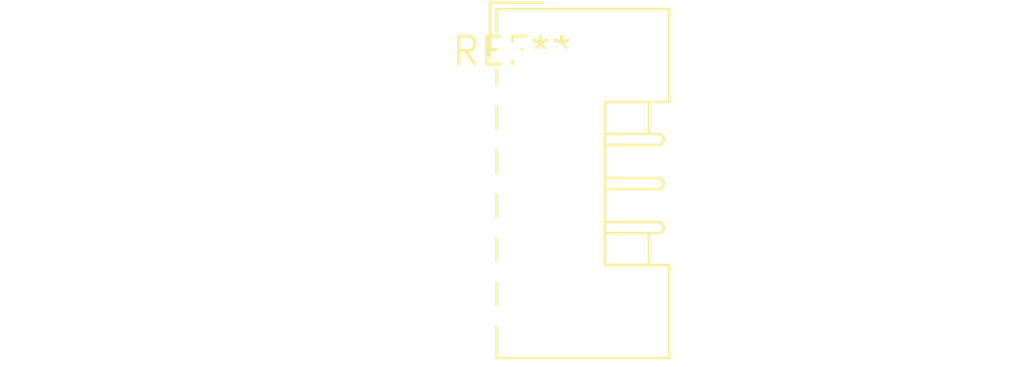
<source format=kicad_pcb>
(kicad_pcb (version 20240108) (generator pcbnew)
  (layers (0 "F.Cu" signal) (31 "B.Cu" signal) (34 "B.Paste" user) (35 "F.Paste" user) (36 "B.SilkS" user "B.Silkscreen") (37 "F.SilkS" user "F.Silkscreen") (38 "B.Mask" user) (39 "F.Mask" user) (44 "Edge.Cuts" user))
  (net 0 "")
  (footprint "JAE_LY20-14P-DLT1_2x07_P2.00mm_Horizontal" (layer "F.Cu") (at 0 0)
    (property "Reference" "REF**")
    (property "Value" "JAE_LY20-14P-DLT1_2x07_P2.00mm_Horizontal")
    (fp_line (start -1.01 -2.21) (end -1.01 0.2) (layer "F.SilkS") (stroke (width 0.12)))
    (fp_line (start -0.71 -1.91) (end -0.71 -0.86) (layer "F.SilkS") (stroke (width 0.12)))
    (fp_line (start -0.71 -1.91) (end 7.11 -1.91) (layer "F.SilkS") (stroke (width 0.12)))
    (fp_line (start -0.71 0.86) (end -0.71 1.514717) (layer "F.SilkS") (stroke (width 0.12)))
    (fp_line (start -0.71 2.485283) (end -0.71 3.514717) (layer "F.SilkS") (stroke (width 0.12)))
    (fp_line (start -0.71 4.485283) (end -0.71 5.514717) (layer "F.SilkS") (stroke (width 0.12)))
    (fp_line (start -0.71 6.485283) (end -0.71 7.514717) (layer "F.SilkS") (stroke (width 0.12)))
    (fp_line (start -0.71 8.485283) (end -0.71 9.514717) (layer "F.SilkS") (stroke (width 0.12)))
    (fp_line (start -0.71 10.485283) (end -0.71 11.514717) (layer "F.SilkS") (stroke (width 0.12)))
    (fp_line (start -0.71 12.485283) (end -0.71 13.91) (layer "F.SilkS") (stroke (width 0.12)))
    (fp_line (start -0.71 13.91) (end 7.11 13.91) (layer "F.SilkS") (stroke (width 0.12)))
    (fp_line (start 1.4 -2.21) (end -1.01 -2.21) (layer "F.SilkS") (stroke (width 0.12)))
    (fp_line (start 4.2 2.3) (end 4.2 6) (layer "F.SilkS") (stroke (width 0.12)))
    (fp_line (start 4.2 3.75) (end 6.733333 3.75) (layer "F.SilkS") (stroke (width 0.12)))
    (fp_line (start 4.2 5.75) (end 6.733333 5.75) (layer "F.SilkS") (stroke (width 0.12)))
    (fp_line (start 4.2 7.75) (end 6.733333 7.75) (layer "F.SilkS") (stroke (width 0.12)))
    (fp_line (start 4.2 9.7) (end 4.2 6) (layer "F.SilkS") (stroke (width 0.12)))
    (fp_line (start 6.2 2.3) (end 6.2 3.75) (layer "F.SilkS") (stroke (width 0.12)))
    (fp_line (start 6.2 9.7) (end 6.2 8.25) (layer "F.SilkS") (stroke (width 0.12)))
    (fp_line (start 6.733333 3.75) (end 6.9 4) (layer "F.SilkS") (stroke (width 0.12)))
    (fp_line (start 6.733333 4.25) (end 4.2 4.25) (layer "F.SilkS") (stroke (width 0.12)))
    (fp_line (start 6.733333 5.75) (end 6.9 6) (layer "F.SilkS") (stroke (width 0.12)))
    (fp_line (start 6.733333 6.25) (end 4.2 6.25) (layer "F.SilkS") (stroke (width 0.12)))
    (fp_line (start 6.733333 7.75) (end 6.9 8) (layer "F.SilkS") (stroke (width 0.12)))
    (fp_line (start 6.733333 8.25) (end 4.2 8.25) (layer "F.SilkS") (stroke (width 0.12)))
    (fp_line (start 6.9 4) (end 6.733333 4.25) (layer "F.SilkS") (stroke (width 0.12)))
    (fp_line (start 6.9 6) (end 6.733333 6.25) (layer "F.SilkS") (stroke (width 0.12)))
    (fp_line (start 6.9 8) (end 6.733333 8.25) (layer "F.SilkS") (stroke (width 0.12)))
    (fp_line (start 7.11 -1.91) (end 7.11 2.3) (layer "F.SilkS") (stroke (width 0.12)))
    (fp_line (start 7.11 2.3) (end 4.2 2.3) (layer "F.SilkS") (stroke (width 0.12)))
    (fp_line (start 7.11 9.7) (end 4.2 9.7) (layer "F.SilkS") (stroke (width 0.12)))
    (fp_line (start 7.11 13.91) (end 7.11 9.7) (layer "F.SilkS") (stroke (width 0.12)))
    (pad "a1" thru_hole roundrect (at 0 0) (size 1.2 1.2) (drill 0.8) (layers *.Cu *.Mask) (remove_unused_layers) (roundrect_rratio 0.208333))
    (pad "a2" thru_hole circle (at 0 2) (size 1.2 1.2) (drill 0.8) (layers *.Cu *.Mask) (remove_unused_layers))
    (pad "a3" thru_hole circle (at 0 4) (size 1.2 1.2) (drill 0.8) (layers *.Cu *.Mask) (remove_unused_layers))
    (pad "a4" thru_hole circle (at 0 6) (size 1.2 1.2) (drill 0.8) (layers *.Cu *.Mask) (remove_unused_layers))
    (pad "a5" thru_hole circle (at 0 8) (size 1.2 1.2) (drill 0.8) (layers *.Cu *.Mask) (remove_unused_layers))
    (pad "a6" thru_hole circle (at 0 10) (size 1.2 1.2) (drill 0.8) (layers *.Cu *.Mask) (remove_unused_layers))
    (pad "a7" thru_hole circle (at 0 12) (size 1.2 1.2) (drill 0.8) (layers *.Cu *.Mask) (remove_unused_layers))
    (pad "b1" thru_hole circle (at 2 0) (size 1.2 1.2) (drill 0.8) (layers *.Cu *.Mask) (remove_unused_layers))
    (pad "b2" thru_hole circle (at 2 2) (size 1.2 1.2) (drill 0.8) (layers *.Cu *.Mask) (remove_unused_layers))
    (pad "b3" thru_hole circle (at 2 4) (size 1.2 1.2) (drill 0.8) (layers *.Cu *.Mask) (remove_unused_layers))
    (pad "b4" thru_hole circle (at 2 6) (size 1.2 1.2) (drill 0.8) (layers *.Cu *.Mask) (remove_unused_layers))
    (pad "b5" thru_hole circle (at 2 8) (size 1.2 1.2) (drill 0.8) (layers *.Cu *.Mask) (remove_unused_layers))
    (pad "b6" thru_hole circle (at 2 10) (size 1.2 1.2) (drill 0.8) (layers *.Cu *.Mask) (remove_unused_layers))
    (pad "b7" thru_hole circle (at 2 12) (size 1.2 1.2) (drill 0.8) (layers *.Cu *.Mask) (remove_unused_layers))
  )
)
</source>
